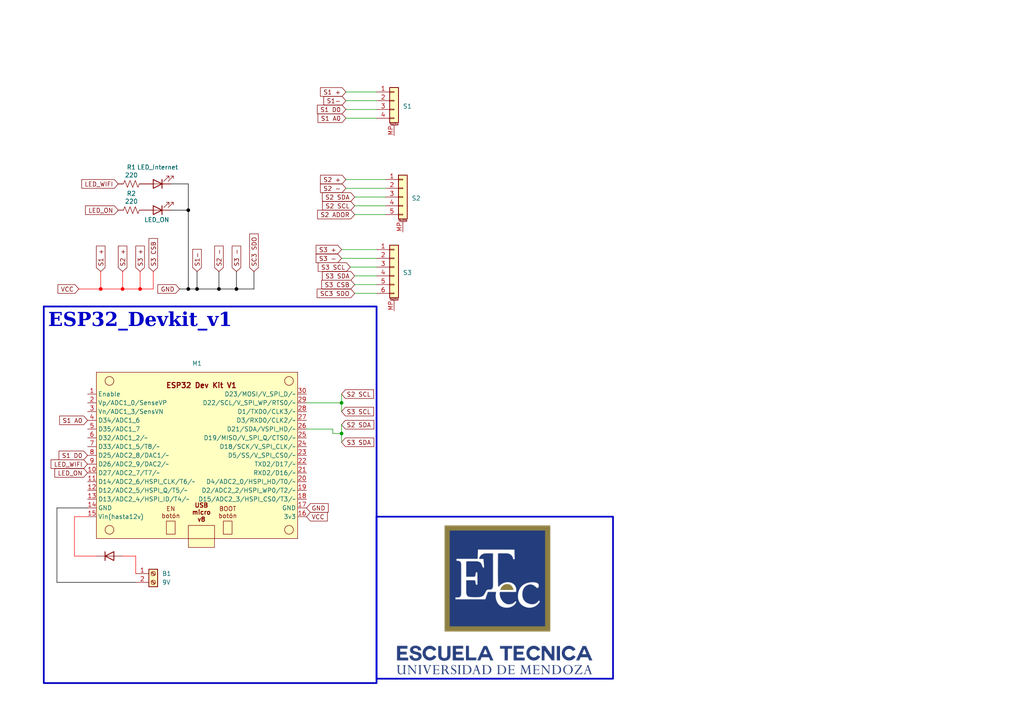
<source format=kicad_sch>
(kicad_sch (version 20250114) (generator "eeschema") (generator_version "9.0")
  (paper "A4")
  (lib_symbols
    (symbol "Connector:Screw_Terminal_01x02" (pin_names (offset 1.016) (hide yes))
      (property "Reference" "J" (at 0 2.54 0))
      (property "Value" "Screw_Terminal_01x02" (at 0 -5.08 0))
      (symbol "Screw_Terminal_01x02_1_1"
        (rectangle (start -1.27 1.27) (end 1.27 -3.81) (stroke (width 0.254)) (fill (type background)))
        (polyline (pts (xy -0.5334 0.3302) (xy 0.3302 -0.508)) (stroke (width 0.1524)))
        (polyline (pts (xy -0.5334 -2.2098) (xy 0.3302 -3.048)) (stroke (width 0.1524)))
        (polyline (pts (xy -0.3556 0.508) (xy 0.508 -0.3302)) (stroke (width 0.1524)))
        (polyline (pts (xy -0.3556 -2.032) (xy 0.508 -2.8702)) (stroke (width 0.1524)))
        (circle (center 0 0) (radius 0.635) (stroke (width 0.1524)))
        (circle (center 0 -2.54) (radius 0.635) (stroke (width 0.1524)))
        (pin passive line (at -5.08 0 0) (length 3.81) (name "Pin_1") (number "1"))
        (pin passive line (at -5.08 -2.54 0) (length 3.81) (name "Pin_2") (number "2"))
      )
    )
    (symbol "Connector_Generic_MountingPin:Conn_01x04_MountingPin" (pin_names (offset 1.016) (hide yes))
      (property "Reference" "J" (at 0 5.08 0))
      (property "Value" "Conn_01x04_MountingPin" (at 1.27 -7.62 0))
      (symbol "Conn_01x04_MountingPin_1_1"
        (rectangle (start -1.27 3.81) (end 1.27 -6.35) (stroke (width 0.254)) (fill (type background)))
        (rectangle (start -1.27 2.667) (end 0 2.413) (stroke (width 0.1524)))
        (rectangle (start -1.27 0.127) (end 0 -0.127) (stroke (width 0.1524)))
        (rectangle (start -1.27 -2.413) (end 0 -2.667) (stroke (width 0.1524)))
        (rectangle (start -1.27 -4.953) (end 0 -5.207) (stroke (width 0.1524)))
        (polyline (pts (xy -1.016 -7.112) (xy 1.016 -7.112)) (stroke (width 0.1524)))
        (text "Mounting" (at 0 -6.731 0) (effects (font (size 0.381 0.381))))
        (pin passive line (at -5.08 2.54 0) (length 3.81) (name "Pin_1") (number "1"))
        (pin passive line (at -5.08 0 0) (length 3.81) (name "Pin_2") (number "2"))
        (pin passive line (at -5.08 -2.54 0) (length 3.81) (name "Pin_3") (number "3"))
        (pin passive line (at -5.08 -5.08 0) (length 3.81) (name "Pin_4") (number "4"))
        (pin passive line (at 0 -10.16 90) (length 3.048) (name "MountPin") (number "MP"))
      )
    )
    (symbol "Connector_Generic_MountingPin:Conn_01x05_MountingPin" (pin_names (offset 1.016) (hide yes))
      (property "Reference" "J" (at 0 7.62 0))
      (property "Value" "Conn_01x05_MountingPin" (at 1.27 -7.62 0))
      (symbol "Conn_01x05_MountingPin_1_1"
        (rectangle (start -1.27 6.35) (end 1.27 -6.35) (stroke (width 0.254)) (fill (type background)))
        (rectangle (start -1.27 5.207) (end 0 4.953) (stroke (width 0.1524)))
        (rectangle (start -1.27 2.667) (end 0 2.413) (stroke (width 0.1524)))
        (rectangle (start -1.27 0.127) (end 0 -0.127) (stroke (width 0.1524)))
        (rectangle (start -1.27 -2.413) (end 0 -2.667) (stroke (width 0.1524)))
        (rectangle (start -1.27 -4.953) (end 0 -5.207) (stroke (width 0.1524)))
        (polyline (pts (xy -1.016 -7.112) (xy 1.016 -7.112)) (stroke (width 0.1524)))
        (text "Mounting" (at 0 -6.731 0) (effects (font (size 0.381 0.381))))
        (pin passive line (at -5.08 5.08 0) (length 3.81) (name "Pin_1") (number "1"))
        (pin passive line (at -5.08 2.54 0) (length 3.81) (name "Pin_2") (number "2"))
        (pin passive line (at -5.08 0 0) (length 3.81) (name "Pin_3") (number "3"))
        (pin passive line (at -5.08 -2.54 0) (length 3.81) (name "Pin_4") (number "4"))
        (pin passive line (at -5.08 -5.08 0) (length 3.81) (name "Pin_5") (number "5"))
        (pin passive line (at 0 -10.16 90) (length 3.048) (name "MountPin") (number "MP"))
      )
    )
    (symbol "Connector_Generic_MountingPin:Conn_01x06_MountingPin" (pin_names (offset 1.016) (hide yes))
      (property "Reference" "J" (at 0 7.62 0))
      (property "Value" "Conn_01x06_MountingPin" (at 1.27 -10.16 0))
      (symbol "Conn_01x06_MountingPin_1_1"
        (rectangle (start -1.27 6.35) (end 1.27 -8.89) (stroke (width 0.254)) (fill (type background)))
        (rectangle (start -1.27 5.207) (end 0 4.953) (stroke (width 0.1524)))
        (rectangle (start -1.27 2.667) (end 0 2.413) (stroke (width 0.1524)))
        (rectangle (start -1.27 0.127) (end 0 -0.127) (stroke (width 0.1524)))
        (rectangle (start -1.27 -2.413) (end 0 -2.667) (stroke (width 0.1524)))
        (rectangle (start -1.27 -4.953) (end 0 -5.207) (stroke (width 0.1524)))
        (rectangle (start -1.27 -7.493) (end 0 -7.747) (stroke (width 0.1524)))
        (polyline (pts (xy -1.016 -9.652) (xy 1.016 -9.652)) (stroke (width 0.1524)))
        (text "Mounting" (at 0 -9.271 0) (effects (font (size 0.381 0.381))))
        (pin passive line (at -5.08 5.08 0) (length 3.81) (name "Pin_1") (number "1"))
        (pin passive line (at -5.08 2.54 0) (length 3.81) (name "Pin_2") (number "2"))
        (pin passive line (at -5.08 0 0) (length 3.81) (name "Pin_3") (number "3"))
        (pin passive line (at -5.08 -2.54 0) (length 3.81) (name "Pin_4") (number "4"))
        (pin passive line (at -5.08 -5.08 0) (length 3.81) (name "Pin_5") (number "5"))
        (pin passive line (at -5.08 -7.62 0) (length 3.81) (name "Pin_6") (number "6"))
        (pin passive line (at 0 -12.7 90) (length 3.048) (name "MountPin") (number "MP"))
      )
    )
    (symbol "Device:D" (pin_numbers (hide yes)) (pin_names (offset 1.016) (hide yes))
      (property "Reference" "D" (at 0 2.54 0))
      (property "Value" "D" (at 0 -2.54 0))
      (symbol "D_0_1"
        (polyline (pts (xy -1.27 1.27) (xy -1.27 -1.27)) (stroke (width 0.254)))
        (polyline (pts (xy 1.27 1.27) (xy 1.27 -1.27) (xy -1.27 0) (xy 1.27 1.27)) (stroke (width 0.254)))
        (polyline (pts (xy 1.27 0) (xy -1.27 0)))
      )
      (symbol "D_1_1"
        (pin passive line (at -3.81 0 0) (length 2.54) (name "K") (number "1"))
        (pin passive line (at 3.81 0 180) (length 2.54) (name "A") (number "2"))
      )
    )
    (symbol "Device:LED" (pin_numbers (hide yes)) (pin_names (offset 1.016) (hide yes))
      (property "Reference" "D" (at 0 2.54 0))
      (property "Value" "LED" (at 0 -2.54 0))
      (symbol "LED_0_1"
        (polyline (pts (xy -3.048 -0.762) (xy -4.572 -2.286) (xy -3.81 -2.286) (xy -4.572 -2.286) (xy -4.572 -1.524)))
        (polyline (pts (xy -1.778 -0.762) (xy -3.302 -2.286) (xy -2.54 -2.286) (xy -3.302 -2.286) (xy -3.302 -1.524)))
        (polyline (pts (xy -1.27 0) (xy 1.27 0)))
        (polyline (pts (xy -1.27 -1.27) (xy -1.27 1.27)) (stroke (width 0.254)))
        (polyline (pts (xy 1.27 -1.27) (xy 1.27 1.27) (xy -1.27 0) (xy 1.27 -1.27)) (stroke (width 0.254)))
      )
      (symbol "LED_1_1"
        (pin passive line (at -3.81 0 0) (length 2.54) (name "K") (number "1"))
        (pin passive line (at 3.81 0 180) (length 2.54) (name "A") (number "2"))
      )
    )
    (symbol "Device:R_US" (pin_numbers (hide yes)) (pin_names (offset 0))
      (property "Reference" "R" (at 2.54 0 90))
      (property "Value" "R_US" (at -2.54 0 90))
      (symbol "R_US_0_1"
        (polyline (pts (xy 0 2.286) (xy 0 2.54)))
        (polyline (pts (xy 0 2.286) (xy 1.016 1.905) (xy 0 1.524) (xy -1.016 1.143) (xy 0 0.762)))
        (polyline (pts (xy 0 0.762) (xy 1.016 0.381) (xy 0 0) (xy -1.016 -0.381) (xy 0 -0.762)))
        (polyline (pts (xy 0 -0.762) (xy 1.016 -1.143) (xy 0 -1.524) (xy -1.016 -1.905) (xy 0 -2.286)))
        (polyline (pts (xy 0 -2.286) (xy 0 -2.54)))
      )
      (symbol "R_US_1_1"
        (pin passive line (at 0 3.81 270) (length 1.27) (name "~") (number "1"))
        (pin passive line (at 0 -3.81 90) (length 1.27) (name "~") (number "2"))
      )
    )
    (symbol "EME:ESP32_DevKit_V1"
      (property "Reference" "U" (at 0 0 0))
      (symbol "ESP32_DevKit_V1_1_1"
        (rectangle (start -30.48 -2.54) (end 27.94 -50.8) (fill (type background)))
        (circle (center -26.67 -5.08) (radius 1.27))
        (circle (center -26.67 -48.26) (radius 1.27))
        (rectangle (start -10.16 -45.72) (end -7.62 -49.53))
        (rectangle (start -3.81 -46.99) (end 3.81 -53.34) (fill (type color) (color 255 255 194 1)))
        (rectangle (start 6.35 -45.72) (end 8.89 -49.53))
        (circle (center 25.4 -5.08) (radius 1.27))
        (circle (center 25.4 -48.26) (radius 1.27))
        (text "EN\nbotón\n" (at -8.89 -43.18 0) (effects (font (size 1.27 1.27))))
        (text "ESP32 Dev Kit V1\n" (at 0 -6.35 0) (effects (font (size 1.5 1.5) (bold yes))))
        (text "USB\nmicro\nv8\n" (at 0 -43.18 0) (effects (font (size 1.27 1.27) (bold yes))))
        (text "BOOT\nbotón\n" (at 7.62 -43.18 0) (effects (font (size 1.27 1.27))))
        (pin input line (at -33.02 -8.89 0) (length 2.54) (name "Enable") (number "1"))
        (pin input line (at -33.02 -11.43 0) (length 2.54) (name "Vp/ADC1_0/SenseVP") (number "2"))
        (pin input line (at -33.02 -13.97 0) (length 2.54) (name "Vn/ADC1_3/SensVN") (number "3"))
        (pin input line (at -33.02 -16.51 0) (length 2.54) (name "D34/ADC1_6") (number "4"))
        (pin input line (at -33.02 -19.05 0) (length 2.54) (name "D35/ADC1_7") (number "5"))
        (pin bidirectional line (at -33.02 -21.59 0) (length 2.54) (name "D32/ADC1_2/~") (number "6"))
        (pin bidirectional line (at -33.02 -24.13 0) (length 2.54) (name "D33/ADC1_5/T8/~") (number "7"))
        (pin bidirectional line (at -33.02 -26.67 0) (length 2.54) (name "D25/ADC2_8/DAC1/~") (number "8"))
        (pin bidirectional line (at -33.02 -29.21 0) (length 2.54) (name "D26/ADC2_9/DAC2/~") (number "9"))
        (pin bidirectional line (at -33.02 -31.75 0) (length 2.54) (name "D27/ADC2_7/T7/~") (number "10"))
        (pin bidirectional line (at -33.02 -34.29 0) (length 2.54) (name "D14/ADC2_6/HSPI_CLK/T6/~") (number "11"))
        (pin bidirectional line (at -33.02 -36.83 0) (length 2.54) (name "D12/ADC2_5/HSPI_Q/T5/~") (number "12"))
        (pin bidirectional line (at -33.02 -39.37 0) (length 2.54) (name "D13/ADC2_4/HSPI_ID/T4/~") (number "13"))
        (pin power_out line (at -33.02 -41.91 0) (length 2.54) (name "GND") (number "14"))
        (pin power_in line (at -33.02 -44.45 0) (length 2.54) (name "Vin(hasta12v)") (number "15"))
        (pin bidirectional line (at 30.48 -8.89 180) (length 2.54) (name "D23/MOSI/V_SPI_D/~") (number "30"))
        (pin bidirectional line (at 30.48 -11.43 180) (length 2.54) (name "D22/SCL/V_SPI_WP/RTS0/~") (number "29"))
        (pin bidirectional line (at 30.48 -13.97 180) (length 2.54) (name "D1/TXD0/CLK3/~") (number "28"))
        (pin bidirectional line (at 30.48 -16.51 180) (length 2.54) (name "D3/RXD0/CLK2/~") (number "27"))
        (pin bidirectional line (at 30.48 -19.05 180) (length 2.54) (name "D21/SDA/VSPI_HD/~") (number "26"))
        (pin bidirectional line (at 30.48 -21.59 180) (length 2.54) (name "D19/MISO/V_SPI_Q/CTS0/~") (number "25"))
        (pin bidirectional line (at 30.48 -24.13 180) (length 2.54) (name "D18/SCK/V_SPI_CLK/~") (number "24"))
        (pin bidirectional line (at 30.48 -26.67 180) (length 2.54) (name "D5/SS/V_SPI_CS0/~") (number "23"))
        (pin bidirectional line (at 30.48 -29.21 180) (length 2.54) (name "TXD2/D17/~") (number "22"))
        (pin bidirectional line (at 30.48 -31.75 180) (length 2.54) (name "RXD2/D16/~") (number "21"))
        (pin bidirectional line (at 30.48 -34.29 180) (length 2.54) (name "D4/ADC2_0/HSPI_HD/T0/~") (number "20"))
        (pin bidirectional line (at 30.48 -36.83 180) (length 2.54) (name "D2/ADC2_2/HSPI_WP0/T2/~") (number "19"))
        (pin bidirectional line (at 30.48 -39.37 180) (length 2.54) (name "D15/ADC2_3/HSPI_CS0/T3/~") (number "18"))
        (pin power_in line (at 30.48 -41.91 180) (length 2.54) (name "GND") (number "17"))
        (pin power_out line (at 30.48 -44.45 180) (length 2.54) (name "3v3") (number "16"))
      )
    )
  )
  (rectangle (start 109.22 149.86) (end 177.8 196.85) (stroke (width 0.5)))
  (rectangle (start 12.7 88.9) (end 109.22 198.12) (stroke (width 0.5)))
  (text "ESP32_Devkit_v1" (at 13.97 96.52 0) (effects (font (size 4 4) (thickness 0.8) (bold yes)) (justify left bottom)))
  (junction (at 99.06 125.73))
  (junction (at 63.5 83.82) (color 0 0 0 1))
  (junction (at 68.58 83.82) (color 0 0 0 1))
  (junction (at 35.56 83.82) (color 255 0 0 1))
  (junction (at 54.61 60.96) (color 0 0 0 1))
  (junction (at 99.06 116.84))
  (junction (at 57.15 83.82) (color 0 0 0 1))
  (junction (at 54.61 83.82) (color 0 0 0 1))
  (junction (at 29.21 83.82) (color 255 0 0 1))
  (junction (at 40.64 83.82) (color 255 0 0 1))
  (wire (pts (xy 99.06 125.73) (xy 96.52 125.73)))
  (wire (pts (xy 25.4 147.32) (xy 16.51 147.32)) (stroke (width 0) (color 0 0 0 1)))
  (wire (pts (xy 35.56 161.29) (xy 39.37 161.29)) (stroke (width 0) (color 255 0 0 1)))
  (wire (pts (xy 73.66 83.82) (xy 73.66 78.74)) (stroke (width 0) (color 0 0 0 1)))
  (wire (pts (xy 102.87 82.55) (xy 109.22 82.55)))
  (wire (pts (xy 21.59 149.86) (xy 21.59 161.29)) (stroke (width 0) (color 255 0 0 1)))
  (wire (pts (xy 102.87 59.69) (xy 111.76 59.69)))
  (wire (pts (xy 99.06 116.84) (xy 88.9 116.84)))
  (wire (pts (xy 68.58 83.82) (xy 73.66 83.82)) (stroke (width 0) (color 0 0 0 1)))
  (wire (pts (xy 63.5 78.74) (xy 63.5 83.82)) (stroke (width 0) (color 0 0 0 1)))
  (wire (pts (xy 21.59 161.29) (xy 27.94 161.29)) (stroke (width 0) (color 255 0 0 1)))
  (wire (pts (xy 54.61 60.96) (xy 54.61 83.82)) (stroke (width 0) (color 0 0 0 1)))
  (wire (pts (xy 52.07 83.82) (xy 54.61 83.82)) (stroke (width 0) (color 0 0 0 1)))
  (wire (pts (xy 44.45 83.82) (xy 40.64 83.82)) (stroke (width 0) (color 255 0 0 1)))
  (wire (pts (xy 54.61 53.34) (xy 54.61 60.96)) (stroke (width 0) (color 0 0 0 1)))
  (wire (pts (xy 49.53 53.34) (xy 54.61 53.34)) (stroke (width 0) (color 0 0 0 1)))
  (wire (pts (xy 16.51 168.91) (xy 39.37 168.91)) (stroke (width 0) (color 0 0 0 1)))
  (wire (pts (xy 102.87 85.09) (xy 109.22 85.09)))
  (wire (pts (xy 22.86 83.82) (xy 29.21 83.82)) (stroke (width 0) (color 255 0 0 1)))
  (wire (pts (xy 54.61 83.82) (xy 57.15 83.82)) (stroke (width 0) (color 0 0 0 1)))
  (wire (pts (xy 100.33 31.75) (xy 109.22 31.75)))
  (wire (pts (xy 57.15 78.74) (xy 57.15 83.82)) (stroke (width 0) (color 0 0 0 1)))
  (wire (pts (xy 49.53 60.96) (xy 54.61 60.96)) (stroke (width 0) (color 0 0 0 1)))
  (wire (pts (xy 100.33 29.21) (xy 109.22 29.21)))
  (wire (pts (xy 39.37 161.29) (xy 39.37 166.37)) (stroke (width 0) (color 255 0 0 1)))
  (wire (pts (xy 29.21 78.74) (xy 29.21 83.82)) (stroke (width 0) (color 255 0 0 1)))
  (wire (pts (xy 68.58 83.82) (xy 68.58 78.74)) (stroke (width 0) (color 0 0 0 1)))
  (wire (pts (xy 57.15 83.82) (xy 63.5 83.82)) (stroke (width 0) (color 0 0 0 1)))
  (wire (pts (xy 44.45 78.74) (xy 44.45 83.82)) (stroke (width 0) (color 255 0 0 1)))
  (wire (pts (xy 96.52 125.73) (xy 96.52 124.46)))
  (wire (pts (xy 29.21 83.82) (xy 35.56 83.82)) (stroke (width 0) (color 255 0 0 1)))
  (wire (pts (xy 100.33 52.07) (xy 111.76 52.07)))
  (wire (pts (xy 100.33 26.67) (xy 109.22 26.67)))
  (wire (pts (xy 25.4 149.86) (xy 21.59 149.86)) (stroke (width 0) (color 255 0 0 1)))
  (wire (pts (xy 99.06 74.93) (xy 109.22 74.93)))
  (wire (pts (xy 96.52 124.46) (xy 88.9 124.46)))
  (wire (pts (xy 102.87 57.15) (xy 111.76 57.15)))
  (wire (pts (xy 35.56 83.82) (xy 40.64 83.82)) (stroke (width 0) (color 255 0 0 1)))
  (wire (pts (xy 99.06 72.39) (xy 109.22 72.39)))
  (wire (pts (xy 40.64 83.82) (xy 40.64 78.74)) (stroke (width 0) (color 255 0 0 1)))
  (wire (pts (xy 99.06 123.19) (xy 99.06 125.73)))
  (wire (pts (xy 100.33 54.61) (xy 111.76 54.61)))
  (wire (pts (xy 100.33 34.29) (xy 109.22 34.29)))
  (wire (pts (xy 63.5 83.82) (xy 68.58 83.82)) (stroke (width 0) (color 0 0 0 1)))
  (wire (pts (xy 101.6 77.47) (xy 109.22 77.47)))
  (wire (pts (xy 99.06 125.73) (xy 99.06 128.27)))
  (wire (pts (xy 35.56 78.74) (xy 35.56 83.82)) (stroke (width 0) (color 255 0 0 1)))
  (wire (pts (xy 99.06 116.84) (xy 99.06 114.3)))
  (wire (pts (xy 102.87 62.23) (xy 111.76 62.23)))
  (wire (pts (xy 99.06 119.38) (xy 99.06 116.84)))
  (wire (pts (xy 16.51 147.32) (xy 16.51 168.91)) (stroke (width 0) (color 0 0 0 1)))
  (wire (pts (xy 102.87 80.01) (xy 109.22 80.01)))
  (image (at 143.51 173.99) (scale 0.373706))
  (global_label "LED_ON" (shape input) (at 25.4 137.16 180) (property "Intersheetrefs" "${INTERSHEET_REFS}" (effects (hide yes))))
  (global_label "S1 D0" (shape input) (at 25.4 132.08 180) (property "Intersheetrefs" "${INTERSHEET_REFS}" (effects (hide yes))))
  (global_label "S1 +" (shape input) (at 100.33 26.67 180) (property "Intersheetrefs" "${INTERSHEET_REFS}" (effects (hide yes))))
  (global_label "S3 -" (shape input) (at 99.06 74.93 180) (property "Intersheetrefs" "${INTERSHEET_REFS}" (effects (hide yes))))
  (global_label "S1 +" (shape input) (at 29.21 78.74 90) (property "Intersheetrefs" "${INTERSHEET_REFS}" (effects (hide yes))))
  (global_label "S1 D0" (shape input) (at 100.33 31.75 180) (property "Intersheetrefs" "${INTERSHEET_REFS}" (effects (hide yes))))
  (global_label "S3 SCL" (shape input) (at 99.06 119.38 0) (property "Intersheetrefs" "${INTERSHEET_REFS}" (effects (hide yes))))
  (global_label "S2 SCL" (shape input) (at 99.06 114.3 0) (property "Intersheetrefs" "${INTERSHEET_REFS}" (effects (hide yes))))
  (global_label "GND" (shape input) (at 52.07 83.82 180) (property "Intersheetrefs" "${INTERSHEET_REFS}" (effects (hide yes))))
  (global_label "S2 SCL" (shape input) (at 102.87 59.69 180) (property "Intersheetrefs" "${INTERSHEET_REFS}" (effects (hide yes))))
  (global_label "LED_ON" (shape input) (at 34.29 60.96 180) (property "Intersheetrefs" "${INTERSHEET_REFS}" (effects (hide yes))))
  (global_label "S2 ADOR" (shape input) (at 102.87 62.23 180) (property "Intersheetrefs" "${INTERSHEET_REFS}" (effects (hide yes))))
  (global_label "VCC" (shape input) (at 88.9 149.86 0) (property "Intersheetrefs" "${INTERSHEET_REFS}" (effects (hide yes))))
  (global_label "S3 SDA" (shape input) (at 102.87 80.01 180) (property "Intersheetrefs" "${INTERSHEET_REFS}" (effects (hide yes))))
  (global_label "GND" (shape input) (at 88.9 147.32 0) (property "Intersheetrefs" "${INTERSHEET_REFS}" (effects (hide yes))))
  (global_label "LED_WIFI" (shape input) (at 25.4 134.62 180) (property "Intersheetrefs" "${INTERSHEET_REFS}" (effects (hide yes))))
  (global_label "S1 A0" (shape input) (at 100.33 34.29 180) (property "Intersheetrefs" "${INTERSHEET_REFS}" (effects (hide yes))))
  (global_label "LED_WIFI" (shape input) (at 34.29 53.34 180) (property "Intersheetrefs" "${INTERSHEET_REFS}" (effects (hide yes))))
  (global_label "S1-" (shape input) (at 100.33 29.21 180) (property "Intersheetrefs" "${INTERSHEET_REFS}" (effects (hide yes))))
  (global_label "SC3 SDO" (shape input) (at 102.87 85.09 180) (property "Intersheetrefs" "${INTERSHEET_REFS}" (effects (hide yes))))
  (global_label "S3 -" (shape input) (at 68.58 78.74 90) (property "Intersheetrefs" "${INTERSHEET_REFS}" (effects (hide yes))))
  (global_label "SC3 SDO" (shape input) (at 73.66 78.74 90) (property "Intersheetrefs" "${INTERSHEET_REFS}" (effects (hide yes))))
  (global_label "S3 CSB" (shape input) (at 44.45 78.74 90) (property "Intersheetrefs" "${INTERSHEET_REFS}" (effects (hide yes))))
  (global_label "S3 SDA" (shape input) (at 99.06 128.27 0) (property "Intersheetrefs" "${INTERSHEET_REFS}" (effects (hide yes))))
  (global_label "S3 SCL" (shape input) (at 101.6 77.47 180) (property "Intersheetrefs" "${INTERSHEET_REFS}" (effects (hide yes))))
  (global_label "S3 +" (shape input) (at 40.64 78.74 90) (property "Intersheetrefs" "${INTERSHEET_REFS}" (effects (hide yes))))
  (global_label "S1 A0" (shape input) (at 25.4 121.92 180) (property "Intersheetrefs" "${INTERSHEET_REFS}" (effects (hide yes))))
  (global_label "S2 +" (shape input) (at 100.33 52.07 180) (property "Intersheetrefs" "${INTERSHEET_REFS}" (effects (hide yes))))
  (global_label "VCC" (shape input) (at 22.86 83.82 180) (property "Intersheetrefs" "${INTERSHEET_REFS}" (effects (hide yes))))
  (global_label "S1-" (shape input) (at 57.15 78.74 90) (property "Intersheetrefs" "${INTERSHEET_REFS}" (effects (hide yes))))
  (global_label "S2 SDA" (shape input) (at 102.87 57.15 180) (property "Intersheetrefs" "${INTERSHEET_REFS}" (effects (hide yes))))
  (global_label "S2 SDA" (shape input) (at 99.06 123.19 0) (property "Intersheetrefs" "${INTERSHEET_REFS}" (effects (hide yes))))
  (global_label "S2 -" (shape input) (at 100.33 54.61 180) (property "Intersheetrefs" "${INTERSHEET_REFS}" (effects (hide yes))))
  (global_label "S2 +" (shape input) (at 35.56 78.74 90) (property "Intersheetrefs" "${INTERSHEET_REFS}" (effects (hide yes))))
  (global_label "S3 CSB" (shape input) (at 102.87 82.55 180) (property "Intersheetrefs" "${INTERSHEET_REFS}" (effects (hide yes))))
  (global_label "S3 +" (shape input) (at 99.06 72.39 180) (property "Intersheetrefs" "${INTERSHEET_REFS}" (effects (hide yes))))
  (global_label "S2 -" (shape input) (at 63.5 78.74 90) (property "Intersheetrefs" "${INTERSHEET_REFS}" (effects (hide yes))))
  (symbol (lib_id "Device:LED") (at 45.72 60.96 180) (unit 1)
    (property "Reference" "D1" (effects (hide yes)))
    (property "Value" "LED_ON" (at 45.466 63.754 0))
    (property "Footprint" "LED_THT:LED_D5.0mm" (effects (hide yes)))
    (property "Description" "Light emitting diode" (effects (hide yes)))
    (property "Sim.Pins" "1=K 2=A" (effects (hide yes)))
  )
  (symbol (lib_id "Device:R_US") (at 38.1 53.34 90) (unit 1)
    (property "Reference" "R1" (at 38.1 48.514 90))
    (property "Value" "220" (at 38.1 50.8 90))
    (property "Footprint" "Resistor_THT:R_Axial_DIN0204_L3.6mm_D1.6mm_P5.08mm_Horizontal" (effects (hide yes)))
    (property "Description" "Resistor, US symbol" (effects (hide yes)))
  )
  (symbol (lib_id "EME:ESP32_DevKit_V1") (at 58.42 105.41 0) (unit 1)
    (property "Reference" "M1" (at 57.15 105.41 0))
    (property "Footprint" "ESP32_ Naturales:ESP32-DevKit_V1" (effects (hide yes)))
  )
  (symbol (lib_id "Device:LED") (at 45.72 53.34 180) (unit 1)
    (property "Reference" "D2" (effects (hide yes)))
    (property "Value" "LED_Internet" (at 45.72 48.514 0))
    (property "Footprint" "LED_THT:LED_D5.0mm_Clear" (effects (hide yes)))
    (property "Description" "Light emitting diode" (effects (hide yes)))
    (property "Sim.Pins" "1=K 2=A" (effects (hide yes)))
  )
  (symbol (lib_id "Connector_Generic_MountingPin:Conn_01x05_MountingPin") (at 116.84 57.15 0) (unit 1)
    (property "Reference" "S2" (at 119.38 57.5055 0) (effects (justify left)))
    (property "Value" "Conn_01x05_MountingPin" (effects (hide yes)))
    (property "Footprint" "Connector_PinHeader_1.00mm:PinHeader_1x05_P1.00mm_Vertical" (effects (hide yes)))
    (property "Description" "Generic connectable mounting pin connector, single row, 01x05, script generated (kicad-library-utils/schlib/autogen/connector/)" (effects (hide yes)))
  )
  (symbol (lib_id "Connector_Generic_MountingPin:Conn_01x06_MountingPin") (at 114.3 77.47 0) (unit 1)
    (property "Reference" "S3" (at 116.84 79.0955 0) (effects (justify left)))
    (property "Value" "Conn_01x06_MountingPin" (effects (hide yes)))
    (property "Footprint" "Connector_PinHeader_1.00mm:PinHeader_1x06_P1.00mm_Vertical" (effects (hide yes)))
    (property "Description" "Generic connectable mounting pin connector, single row, 01x06, script generated (kicad-library-utils/schlib/autogen/connector/)" (effects (hide yes)))
  )
  (symbol (lib_id "Connector_Generic_MountingPin:Conn_01x04_MountingPin") (at 114.3 29.21 0) (unit 1)
    (property "Reference" "S1" (at 116.84 30.8355 0) (effects (justify left)))
    (property "Value" "Conn_01x04_MountingPin" (effects (hide yes)))
    (property "Footprint" "Connector_PinHeader_1.00mm:PinHeader_1x04_P1.00mm_Vertical" (effects (hide yes)))
    (property "Description" "Generic connectable mounting pin connector, single row, 01x04, script generated (kicad-library-utils/schlib/autogen/connector/)" (effects (hide yes)))
  )
  (symbol (lib_id "Connector:Screw_Terminal_01x02") (at 44.45 166.37 0) (unit 1)
    (property "Reference" "B1" (at 46.99 166.3699 0) (effects (justify left)))
    (property "Value" "9V" (at 46.99 168.9099 0) (effects (justify left)))
    (property "Footprint" "TerminalBlock_Phoenix:TerminalBlock_Phoenix_MKDS-1,5-2-5.08_1x02_P5.08mm_Horizontal" (effects (hide yes)))
    (property "Description" "Generic screw terminal, single row, 01x02, script generated (kicad-library-utils/schlib/autogen/connector/)" (effects (hide yes)))
  )
  (symbol (lib_id "Device:D") (at 31.75 161.29 0) (unit 1)
    (property "Reference" "D3" (effects (hide yes)))
    (property "Value" "D" (effects (hide yes)))
    (property "Footprint" "Diode_THT:D_DO-41_SOD81_P10.16mm_Horizontal" (effects (hide yes)))
    (property "Description" "Diode" (effects (hide yes)))
    (property "Sim.Device" "D" (effects (hide yes)))
    (property "Sim.Pins" "1=K 2=A" (effects (hide yes)))
  )
  (symbol (lib_id "Device:R_US") (at 38.1 60.96 90) (unit 1)
    (property "Reference" "R2" (at 38.1 56.134 90))
    (property "Value" "220" (at 38.1 58.42 90))
    (property "Footprint" "Resistor_THT:R_Axial_DIN0204_L3.6mm_D1.6mm_P5.08mm_Horizontal" (effects (hide yes)))
    (property "Description" "Resistor, US symbol" (effects (hide yes)))
  )
)
</source>
